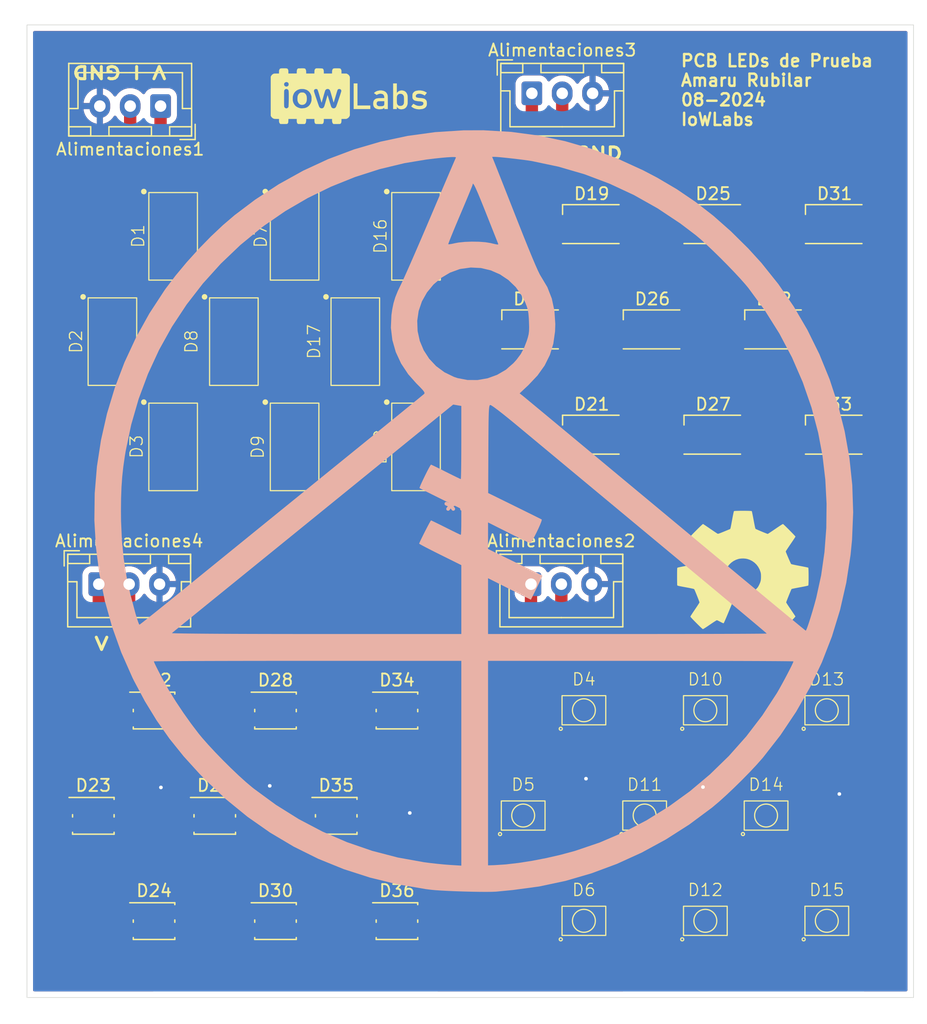
<source format=kicad_pcb>
(kicad_pcb (version 20240108) (generator "pcbnew") (generator_version "8.0")
  (layers (0 "F.Cu" signal) (31 "B.Cu" signal) (34 "B.Paste" user) (35 "F.Paste" user) (36 "B.SilkS" user "B.Silkscreen") (37 "F.SilkS" user "F.Silkscreen") (38 "B.Mask" user) (39 "F.Mask" user) (44 "Edge.Cuts" user))
  (net 0 "")
  (net 1 "GND")
  (net 2 "I_LED1")
  (net 3 "Net-(Alimentaciones1-Pin_1)")
  (net 4 "I_LED3")
  (net 5 "Net-(Alimentaciones2-Pin_1)")
  (net 6 "Net-(Alimentaciones3-Pin_1)")
  (net 7 "I_LED4")
  (net 8 "I_LED2")
  (net 9 "Net-(Alimentaciones4-Pin_1)")
  (net 10 "Net-(D1-RK)")
  (net 11 "Net-(D1-GK)")
  (net 12 "Net-(D1-BK)")
  (net 13 "Net-(D2-BK)")
  (net 14 "Net-(D2-GK)")
  (net 15 "Net-(D2-RK)")
  (net 16 "Net-(D4-Pad1)")
  (net 17 "Net-(D5-Pad1)")
  (net 18 "Net-(D7-BK)")
  (net 19 "Net-(D7-GK)")
  (net 20 "Net-(D7-RK)")
  (net 21 "Net-(D8-RK)")
  (net 22 "Net-(D8-BK)")
  (net 23 "Net-(D8-GK)")
  (net 24 "Net-(D10-Pad1)")
  (net 25 "Net-(D11-Pad1)")
  (net 26 "Net-(D13-Pad1)")
  (net 27 "Net-(D14-Pad1)")
  (net 28 "Net-(D16-RK)")
  (net 29 "Net-(D16-GK)")
  (net 30 "Net-(D16-BK)")
  (net 31 "Net-(D17-RK)")
  (net 32 "Net-(D17-GK)")
  (net 33 "Net-(D17-BK)")
  (net 34 "Net-(D19-K)")
  (net 35 "Net-(D20-K)")
  (net 36 "Net-(D22-Pad1)")
  (net 37 "Net-(D23-Pad1)")
  (net 38 "Net-(D25-K)")
  (net 39 "Net-(D26-K)")
  (net 40 "Net-(D28-Pad1)")
  (net 41 "Net-(D29-Pad1)")
  (net 42 "Net-(D31-K)")
  (net 43 "Net-(D32-K)")
  (net 44 "Net-(D34-Pad1)")
  (net 45 "Net-(D35-Pad1)")
  (footprint "IoWLabs:LED SMD PLCC4 WL-SMTW" (layer "F.Cu") (at 157.857 97.691125)
    (property "Reference" "D15")
    (property "Value" "~")
  )
  (footprint "Connector_JST:JST_XH_B3B-XH-A_1x03_P2.50mm_Vertical" (layer "F.Cu") (at 103 30.676303 180)
    (property "Reference" "Alimentaciones1")
    (property "Value" "Conn_01x03_Pin")
  )
  (footprint "LED_SMD:LED_Kingbright_AAA3528ESGCT" (layer "F.Cu") (at 122.4645 97.715)
    (property "Reference" "D36")
    (property "Value" "~")
  )
  (footprint "IoWLabsLogos:OpenHardware_10mm" (layer "F.Cu") (at 150.97 68.97)
    (property "Reference" "G***" (hide yes))
    (property "Value" "LOGO" (hide yes))
  )
  (footprint "IoWLabs:LED SMD PLCC6 7.2x4.0" (layer "F.Cu") (at 114.0355 58.71 90)
    (property "Reference" "D9")
    (property "Value" "~")
  )
  (footprint "LED_SMD:LED_Kingbright_AAA3528ESGCT" (layer "F.Cu") (at 117.4645 89.055)
    (property "Reference" "D35")
    (property "Value" "~")
  )
  (footprint "LED_SMD:LED_Kingbright_AAA3528ESGCT" (layer "F.Cu") (at 102.4645 80.395)
    (property "Reference" "D22")
    (property "Value" "~")
  )
  (footprint "LED_SMD:LED_PLCC-2_3.4x3.0mm_AK" (layer "F.Cu") (at 153.5 49.044467)
    (property "Reference" "D32")
    (property "Value" "LED")
  )
  (footprint "IoWLabs:LED SMD PLCC4 WL-SMTW" (layer "F.Cu") (at 137.857 80.371125)
    (property "Reference" "D4")
    (property "Value" "~")
  )
  (footprint "IoWLabsLogos:IoWLabs_logo_13mm" (layer "F.Cu") (at 118.57 29.86)
    (property "Reference" "G***" (hide yes))
    (property "Value" "LOGO" (hide yes))
  )
  (footprint "IoWLabs:LED SMD PLCC6 7.2x4.0" (layer "F.Cu") (at 124.0355 58.71 90)
    (property "Reference" "D18")
    (property "Value" "~")
  )
  (footprint "LED_SMD:LED_Kingbright_AAA3528ESGCT" (layer "F.Cu") (at 107.4645 89.055)
    (property "Reference" "D29")
    (property "Value" "~")
  )
  (footprint "LED_SMD:LED_PLCC-2_3.4x3.0mm_AK" (layer "F.Cu") (at 148.5 40.384467)
    (property "Reference" "D25")
    (property "Value" "LED")
  )
  (footprint "Connector_JST:JST_XH_B3B-XH-A_1x03_P2.50mm_Vertical" (layer "F.Cu") (at 97.9145 70)
    (property "Reference" "Alimentaciones4")
    (property "Value" "Conn_01x03_Pin")
  )
  (footprint "IoWLabs:LED SMD PLCC4 WL-SMTW" (layer "F.Cu") (at 152.857 89.031125)
    (property "Reference" "D14")
    (property "Value" "~")
  )
  (footprint "IoWLabs:LED SMD PLCC4 WL-SMTW" (layer "F.Cu") (at 132.857 89.031125)
    (property "Reference" "D5")
    (property "Value" "~")
  )
  (footprint "IoWLabs:LED SMD PLCC6 7.2x4.0" (layer "F.Cu") (at 99.0355 50.05 90)
    (property "Reference" "D2")
    (property "Value" "~")
  )
  (footprint "IoWLabs:LED SMD PLCC6 7.2x4.0" (layer "F.Cu") (at 119.0355 50.05 90)
    (property "Reference" "D17")
    (property "Value" "~")
  )
  (footprint "IoWLabs:LED SMD PLCC6 7.2x4.0" (layer "F.Cu") (at 104.0355 41.39 90)
    (property "Reference" "D1")
    (property "Value" "~")
  )
  (footprint "LED_SMD:LED_Kingbright_AAA3528ESGCT" (layer "F.Cu") (at 122.4645 80.395)
    (property "Reference" "D34")
    (property "Value" "~")
  )
  (footprint "LED_SMD:LED_Kingbright_AAA3528ESGCT" (layer "F.Cu") (at 112.4645 80.395)
    (property "Reference" "D28")
    (property "Value" "~")
  )
  (footprint "LED_SMD:LED_PLCC-2_3.4x3.0mm_AK" (layer "F.Cu") (at 143.5 49.044467)
    (property "Reference" "D26")
    (property "Value" "LED")
  )
  (footprint "LED_SMD:LED_PLCC-2_3.4x3.0mm_AK" (layer "F.Cu") (at 138.5 57.704467)
    (property "Reference" "D21")
    (property "Value" "LED")
  )
  (footprint "LED_SMD:LED_Kingbright_AAA3528ESGCT" (layer "F.Cu") (at 102.4645 97.715)
    (property "Reference" "D24")
    (property "Value" "~")
  )
  (footprint "Connector_JST:JST_XH_B3B-XH-A_1x03_P2.50mm_Vertical" (layer "F.Cu") (at 133.571303 29.626303)
    (property "Reference" "Alimentaciones3")
    (property "Value" "Conn_01x03_Pin")
  )
  (footprint "IoWLabs:LED SMD PLCC6 7.2x4.0" (layer "F.Cu") (at 124.0355 41.39 90)
    (property "Reference" "D16")
    (property "Value" "~")
  )
  (footprint "IoWLabs:LED SMD PLCC4 WL-SMTW" (layer "F.Cu") (at 137.857 97.691125)
    (property "Reference" "D6")
    (property "Value" "~")
  )
  (footprint "IoWLabs:LED SMD PLCC4 WL-SMTW" (layer "F.Cu") (at 157.857 80.371125)
    (property "Reference" "D13")
    (property "Value" "~")
  )
  (footprint "IoWLabs:LED SMD PLCC6 7.2x4.0" (layer "F.Cu") (at 114.0355 41.39 90)
    (property "Reference" "D7")
    (property "Value" "~")
  )
  (footprint "LED_SMD:LED_PLCC-2_3.4x3.0mm_AK" (layer "F.Cu") (at 158.5 57.704467)
    (property "Reference" "D33")
    (property "Value" "LED")
  )
  (footprint "IoWLabs:LED SMD PLCC4 WL-SMTW" (layer "F.Cu") (at 147.857 97.691125)
    (property "Reference" "D12")
    (property "Value" "~")
  )
  (footprint "LED_SMD:LED_Kingbright_AAA3528ESGCT" (layer "F.Cu") (at 97.4645 89.055)
    (property "Reference" "D23")
    (property "Value" "~")
  )
  (footprint "IoWLabs:LED SMD PLCC4 WL-SMTW" (layer "F.Cu") (at 147.857 80.371125)
    (property "Reference" "D10")
    (property "Value" "~")
  )
  (footprint "IoWLabs:LED SMD PLCC6 7.2x4.0" (layer "F.Cu") (at 104.0355 58.71 90)
    (property "Reference" "D3")
    (property "Value" "~")
  )
  (footprint "Connector_JST:JST_XH_B3B-XH-A_1x03_P2.50mm_Vertical" (layer "F.Cu") (at 133.5 70)
    (property "Reference" "Alimentaciones2")
    (property "Value" "Conn_01x03_Pin")
  )
  (footprint "LED_SMD:LED_PLCC-2_3.4x3.0mm_AK" (layer "F.Cu") (at 158.5 40.384467)
    (property "Reference" "D31")
    (property "Value" "LED")
  )
  (footprint "LED_SMD:LED_PLCC-2_3.4x3.0mm_AK" (layer "F.Cu") (at 148.5 57.704467)
    (property "Reference" "D27")
    (property "Value" "LED")
  )
  (footprint "IoWLabs:LED SMD PLCC4 WL-SMTW" (layer "F.Cu") (at 142.857 89.031125)
    (property "Reference" "D11")
    (property "Value" "~")
  )
  (footprint "LED_SMD:LED_Kingbright_AAA3528ESGCT" (layer "F.Cu") (at 112.4645 97.715)
    (property "Reference" "D30")
    (property "Value" "~")
  )
  (footprint "LED_SMD:LED_PLCC-2_3.4x3.0mm_AK" (layer "F.Cu") (at 133.5 49.044467)
    (property "Reference" "D20")
    (property "Value" "LED")
  )
  (footprint "LED_SMD:LED_PLCC-2_3.4x3.0mm_AK" (layer "F.Cu") (at 138.5 40.384467)
    (property "Reference" "D19")
    (property "Value" "LED")
  )
  (footprint "IoWLabs:LED SMD PLCC6 7.2x4.0" (layer "F.Cu") (at 109.0355 50.05 90)
    (property "Reference" "D8")
    (property "Value" "~")
  )
  (footprint "Imagenes_png:Light_Glyph" (layer "B.Cu") (at 128.78 63.99 180)
    (property "Reference" "G***")
    (property "Value" "LOGO" (hide yes))
  )
  (gr_rect (start 92 24) (end 165 104) (stroke (width 0.05)) (fill none) (layer "Edge.Cuts"))
  (gr_text "V I GND" (at 133.18 35.17 0) (layer "F.SilkS") (effects (font (size 1 1.3) (thickness 0.25) (bold yes)) (justify left bottom)))
  (gr_text "V I GND" (at 103.61 27.29 180) (layer "F.SilkS") (effects (font (size 1 1.3) (thickness 0.25) (bold yes)) (justify left bottom)))
  (gr_text "V I GND" (at 132.56 75.52 0) (layer "F.SilkS") (effects (font (size 1 1.3) (thickness 0.25) (bold yes)) (justify left bottom)))
  (gr_text "V I GND" (at 97.42 75.5 0) (layer "F.SilkS") (effects (font (size 1 1.3) (thickness 0.25) (bold yes)) (justify left bottom)))
  (gr_text "PCB LEDs de Prueba\nAmaru Rubilar\n08-2024\nIoWLabs" (at 145.74 32.36 0) (layer "F.SilkS") (effects (font (size 1 1) (thickness 0.2)) (justify left bottom)))
  (via (at 103.03 86.72) (size 0.6) (drill 0.3) (layers "F.Cu" "B.Cu") (net 1))
  (via (at 138.03 86) (size 0.6) (drill 0.3) (layers "F.Cu" "B.Cu") (net 1))
  (via (at 158.89 87.26) (size 0.6) (drill 0.3) (layers "F.Cu" "B.Cu") (net 1))
  (via (at 147.66 86.69) (size 0.6) (drill 0.3) (layers "F.Cu" "B.Cu") (net 1))
  (via (at 111.99 86.59) (size 0.6) (drill 0.3) (layers "F.Cu" "B.Cu") (net 1))
  (via (at 123.52 88.82) (size 0.6) (drill 0.3) (layers "F.Cu" "B.Cu") (net 1))
  (segment (start 95.56 42.97) (end 100.5 38.03) (width 1.016) (layer "F.Cu") (net 2))
  (segment (start 114.61 63.42) (end 114.0355 62.8455) (width 1.016) (layer "F.Cu") (net 2))
  (segment (start 105.091 63.28) (end 104.71 63.28) (width 1.016) (layer "F.Cu") (net 2))
  (segment (start 123.281 63.1) (end 123.07 63.1) (width 1.016) (layer "F.Cu") (net 2))
  (segment (start 112.4355 62.6255) (end 112.4355 62.6645) (width 1.016) (layer "F.Cu") (net 2))
  (segment (start 106.59 63.69) (end 105.6355 62.7355) (width 1.016) (layer "F.Cu") (net 2))
  (segment (start 114.0355 62.8455) (end 114.0355 60.91) (width 1.016) (layer "F.Cu") (net 2))
  (segment (start 101.72 63.46) (end 98.14 63.46) (width 1.016) (layer "F.Cu") (net 2))
  (segment (start 124.0355 62.3455) (end 123.281 63.1) (width 1.016) (layer "F.Cu") (net 2))
  (segment (start 116.09 63.42) (end 115.6355 62.9655) (width 1.016) (layer "F.Cu") (net 2))
  (segment (start 115.6355 62.9655) (end 115.6355 60.91) (width 1.016) (layer "F.Cu") (net 2))
  (segment (start 114.0355 62.8455) (end 113.481 63.4) (width 1.016) (layer "F.Cu") (net 2))
  (segment (start 104.71 63.28) (end 104.0355 62.6055) (width 1.016) (layer "F.Cu") (net 2))
  (segment (start 121.51 63.42) (end 116.09 63.42) (width 1.016) (layer "F.Cu") (net 2))
  (segment (start 104.0355 62.6055) (end 103.391 63.25) (width 1.016) (layer "F.Cu") (net 2))
  (segment (start 103.391 63.25) (end 103.04 63.25) (width 1.016) (layer "F.Cu") (net 2))
  (segment (start 111.41 63.69) (end 106.59 63.69) (width 1.016) (layer "F.Cu") (net 2))
  (segment (start 124.0355 62.3455) (end 124.0355 60.91) (width 1.016) (layer "F.Cu") (net 2))
  (segment (start 124.9 63.21) (end 124.0355 62.3455) (width 1.016) (layer "F.Cu") (net 2))
  (segment (start 115.6355 62.9655) (end 115.181 63.42) (width 1.016) (layer "F.Cu") (net 2))
  (segment (start 105.6355 62.7355) (end 105.091 63.28) (width 1.016) (layer "F.Cu") (net 2))
  (segment (start 102.4355 62.3355) (end 102.4355 62.7445) (width 1.016) (layer "F.Cu") (net 2))
  (segment (start 122.4355 62.4655) (end 122.4355 60.91) (width 1.016) (layer "F.Cu") (net 2))
  (segment (start 98.14 63.46) (end 95.56 60.88) (width 1.016) (layer "F.Cu") (net 2))
  (segment (start 100.5 38.03) (end 100.5 30.676303) (width 1.016) (layer "F.Cu") (net 2))
  (segment (start 125.6355 60.91) (end 125.6355 62.7745) (width 1.016) (layer "F.Cu") (net 2))
  (segment (start 123.07 63.1) (end 122.4355 62.4655) (width 1.016) (layer "F.Cu") (net 2))
  (segment (start 103.04 63.25) (end 102.4355 62.6455) (width 1.016) (layer "F.Cu") (net 2))
  (segment (start 102.4355 62.3355) (end 102.4355 60.91) (width 1.016) (layer "F.Cu") (net 2))
  (segment (start 112.4355 62.6645) (end 111.41 63.69) (width 1.016) (layer "F.Cu") (net 2))
  (segment (start 112.4355 62.6255) (end 112.4355 60.91) (width 1.016) (layer "F.Cu") (net 2))
  (segment (start 125.6355 62.7745) (end 125.2 63.21) (width 1.016) (layer "F.Cu") (net 2))
  (segment (start 125.2 63.21) (end 124.9 63.21) (width 1.016) (layer "F.Cu") (net 2))
  (segment (start 104.0355 62.6055) (end 104.0355 60.91) (width 1.016) (layer "F.Cu") (net 2))
  (segment (start 102.4355 62.7445) (end 101.72 63.46) (width 1.016) (layer "F.Cu") (net 2))
  (segment (start 113.171 63.4) (end 112.4355 62.6645) (width 1.016) (layer "F.Cu") (net 2))
  (segment (start 115.181 63.42) (end 114.61 63.42) (width 1.016) (layer "F.Cu") (net 2))
  (segment (start 113.481 63.4) (end 113.171 63.4) (width 1.016) (layer "F.Cu") (net 2))
  (segment (start 122.4355 62.4655) (end 122.4355 62.4945) (width 1.016) (layer "F.Cu") (net 2))
  (segment (start 95.56 60.88) (end 95.56 42.97) (width 1.016) (layer "F.Cu") (net 2))
  (segment (start 105.6355 62.7355) (end 105.6355 60.91) (width 1.016) (layer "F.Cu") (net 2))
  (segment (start 122.4355 62.4945) (end 121.51 63.42) (width 1.016) (layer "F.Cu") (net 2))
  (segment (start 122.4355 37.0855) (end 122.941 36.58) (width 1.016) (layer "F.Cu") (net 3))
  (segment (start 103 30.676303) (end 103 35.62) (width 1.016) (layer "F.Cu") (net 3))
  (segment (start 104.0355 36.6555) (end 104.611 36.08) (width 1.016) (layer "F.Cu") (net 3))
  (segment (start 112.4355 37.2055) (end 113.091 36.55) (width 1.016) (layer "F.Cu") (net 3))
  (segment (start 102.4355 36.1845) (end 102.4355 39.19) (width 1.016) (layer "F.Cu") (net 3))
  (segment (start 116.341 36.53) (end 121.88 36.53) (width 1.016) (layer "F.Cu") (net 3))
  (segment (start 125.6355 37.2755) (end 125.6355 39.19) (width 1.016) (layer "F.Cu") (net 3))
  (segment (start 111.38 36.15) (end 112.4355 37.2055) (width 1.016) (layer "F.Cu") (net 3))
  (segment (start 124.0355 37.2255) (end 124.0355 37.5555) (width 1.016) (layer "F.Cu") (net 3))
  (segment (start 115.12 36.55) (end 115.6355 37.0655) (width 1.016) (layer "F.Cu") (net 3))
  (segment (start 121.88 36.53) (end 122.4355 37.0855) (width 1.016) (layer "F.Cu") (net 3))
  (segment (start 124.53 36.57) (end 124.93 36.57) (width 1.016) (layer "F.Cu") (net 3))
  (segment (start 104.0355 36.6555) (end 104.0355 39.19) (width 1.016) (layer "F.Cu") (net 3))
  (segment (start 105.6355 36.6855) (end 105.6355 36.7555) (width 1.016) (layer "F.Cu") (net 3))
  (segment (start 115.6355 37.2355) (end 115.6355 39.19) (width 1.016) (layer "F.Cu") (net 3))
  (segment (start 124.0355 37.5555) (end 124.0355 39.19) (width 1.016) (layer "F.Cu") (net 3))
  (segment (start 124.0355 37.5555) (end 124.0355 37.0645) (width 1.016) (layer "F.Cu") (net 3))
  (segment (start 114.0355 37.0755) (end 114.561 36.55) (width 1.016) (layer "F.Cu") (net 3))
  (segment (start 103 35.62) (end 104.0355 36.6555) (width 1.016) (layer "F.Cu") (net 3))
  (segment (start 114.561 36.55) (end 115.12 36.55) (width 1.016) (layer "F.Cu") (net 3))
  (segment (start 105.6355 36.7555) (end 105.6355 39.19) (width 1.016) (layer "F.Cu") (net 3))
  (segment (start 115.6355 37.0655) (end 115.6355 37.2355) (width 1.016) (layer "F.Cu") (net 3))
  (segment (start 113.51 36.55) (end 114.0355 37.0755) (width 1.016) (layer "F.Cu") (net 3))
  (segment (start 112.4355 37.2055) (end 112.4355 39.19) (width 1.016) (layer "F.Cu") (net 3))
  (segment (start 115.6355 37.2355) (end 116.341 36.53) (width 1.016) (layer "F.Cu") (net 3))
  (segment (start 103 35.62) (end 102.4355 36.1845) (width 1.016) (layer "F.Cu") (net 3))
  (segment (start 124.0355 37.0645) (end 124.53 36.57) (width 1.016) (layer "F.Cu") (net 3))
  (segment (start 114.0355 37.0755) (end 114.0355 39.19) (width 1.016) (layer "F.Cu") (net 3))
  (segment (start 122.4355 37.0855) (end 122.4355 39.19) (width 1.016) (layer "F.Cu") (net 3))
  (segment (start 105.6355 36.7555) (end 106.241 36.15) (width 1.016) (layer "F.Cu") (net 3))
  (segment (start 113.091 36.55) (end 113.51 36.55) (width 1.016) (layer "F.Cu") (net 3))
  (segment (start 123.39 36.58) (end 124.0355 37.2255) (width 1.016) (layer "F.Cu") (net 3))
  (segment (start 124.93 36.57) (end 125.6355 37.2755) (width 1.016) (layer "F.Cu") (net 3))
  (segment (start 105.03 36.08) (end 105.6355 36.6855) (width 1.016) (layer "F.Cu") (net 3))
  (segment (start 104.611 36.08) (end 105.03 36.08) (width 1.016) (layer "F.Cu") (net 3))
  (segment (start 122.941 36.58) (end 123.39 36.58) (width 1.016) (layer "F.Cu") (net 3))
  (segment (start 106.241 36.15) (end 111.38 36.15) (width 1.016) (layer "F.Cu") (net 3))
  (segment (start 146.65 102.33) (end 147.24 101.74) (width 1.016) (layer "F.Cu") (net 4))
  (segment (start 147.24 100.99) (end 147.24 101.74) (width 1.016) (layer "F.Cu") (net 4))
  (segment (start 145.471125 98.441125) (end 146.507 98.441125) (width 1.016) (layer "F.Cu") (net 4))
  (segment (start 157.857 101.223) (end 159.064 102.43) (width 1.016) (layer "F.Cu") (net 4))
  (segment (start 138.31 100.94) (end 139.207 100.043) (width 1.016) (layer "F.Cu") (net 4))
  (segment (start 155.36 98.13) (end 155.68 98.45) (width 1.016) (layer "F.Cu") (net 4))
  (segment (start 137.41 100.94) (end 138.31 100.94) (width 1.016) (layer "F.Cu") (net 4))
  (segment (start 147.88 102.38) (end 156.7 102.38) (width 1.016) (layer "F.Cu") (net 4))
  (segment (start 161.79 100.95) (end 161.79 78.52) (width 1.016) (layer "F.Cu") (net 4))
  (segment (start 139.207 100.043) (end 139.207 98.441125) (width 1.016) (layer "F.Cu") (net 4))
  (segment (start 160.31 102.43) (end 161.79 100.95) (width 1.016) (layer "F.Cu") (net 4))
  (segment (start 135.421125 98.441125) (end 136.507 98.441125) (width 1.016) (layer "F.Cu") (net 4))
  (segment (start 145.578875 96.941125) (end 145.16 97.36) (width 1.016) (layer "F.Cu") (net 4))
  (segment (start 155.858875 96.941125) (end 155.36 97.44) (width 1.016) (layer "F.Cu") (net 4))
  (segment (start 136.507 96.941125) (end 135.508875 96.941125) (width 1.016) (layer "F.Cu") (net 4))
  (segment (start 155.36 97.44) (end 155.36 98.13) (width 1.016) (layer "F.Cu") (net 4))
  (segment (start 136.507 98.441125) (end 136.507 100.037) (width 1.016) (layer "F.Cu") (net 4))
  (segment (start 145.471125 98.441125) (end 145.471125 99.221125) (width 1.016) (layer "F.Cu") (net 4))
  (segment (start 147.24 101.74) (end 147.88 102.38) (width 1.016) (layer "F.Cu") (net 4))
  (segment (start 149.207 99.023) (end 147.24 100.99) (width 1.016) (layer "F.Cu") (net 4))
  (segment (start 159 75.73) (end 137.62 75.73) (width 1.016) (layer "F.Cu") (net 4))
  (segment (start 137.62 75.73) (end 136 74.11) (width 1.016) (layer "F.Cu") (net 4))
  (segment (start 136 74.11) (end 136 70) (width 1.016) (layer "F.Cu") (net 4))
  (segment (start 139.207 100.043) (end 141.494 102.33) (width 1.016) (layer "F.Cu") (net 4))
  (segment (start 135.11 97.34) (end 135.11 98.13) (width 1.016) (layer "F.Cu") (net 4))
  (segment (start 155.68 98.45) (end 155.688875 98.441125) (width 1.016) (layer "F.Cu") (net 4))
  (segment (start 155.688875 98.441125) (end 156.507 98.441125) (width 1.016) (layer "F.Cu") (net 4))
  (segment (start 149.207 98.441125) (end 149.207 99.023) (width 1.016) (layer "F.Cu") (net 4))
  (segment (start 145.16 97.36) (end 145.16 98.13) (width 1.016) (layer "F.Cu") (net 4))
  (segment (start 159.064 102.43) (end 160.31 102.43) (width 1.016) (layer "F.Cu") (net 4))
  (segment (start 141.494 102.33) (end 146.65 102.33) (width 1.016) (layer "F.Cu") (net 4))
  (segment (start 156.507 96.941125) (end 155.858875 96.941125) (width 1.016) (layer "F.Cu") (net 4))
  (segment (start 145.471125 99.221125) (end 147.24 100.99) (width 1.016) (layer "F.Cu") (net 4))
  (segment (start 135.508875 96.941125) (end 135.11 97.34) (width 1.016) (layer "F.Cu") (net 4))
  (segment (start 157.857 99.791125) (end 159.207 98.441125) (width 1.016) (layer "F.Cu") (net 4))
  (segment (start 136.507 100.037) (end 137.41 100.94) (width 1.016) (layer "F.Cu") (net 4))
  (segment (start 161.79 78.52) (end 159 75.73) (width 1.016) (layer "F.Cu") (net 4))
  (segment (start 156.507 98.441125) (end 157.857 99.791125) (width 1.016) (layer "F.Cu") (net 4))
  (segment (start 156.7 102.38) (end 157.857 101.223) (width 1.016) (layer "F.Cu") (net 4))
  (segment (start 157.857 99.791125) (end 157.857 101.223) (width 1.016) (layer "F.Cu") (net 4))
  (segment (start 146.507 96.941125) (end 145.578875 96.941125) (width 1.016) (layer "F.Cu") (net 4))
  (segment (start 145.16 98.13) (end 145.471125 98.441125) (width 1.016) (layer "F.Cu") (net 4))
  (segment (start 135.11 98.13) (end 135.421125 98.441125) (width 1.016) (layer "F.Cu") (net 4))
  (segment (start 139.223 78.247) (end 140.26 77.21) (width 1.016) (layer "F.Cu") (net 5))
  (segment (start 159.207 78.357) (end 159.207 79.621125) (width 1.016) (layer "F.Cu") (net 5))
  (segment (start 139.207 78.247) (end 139.207 79.621125) (width 1.016) (layer "F.Cu") (net 5))
  (segment (start 133.5 75.26) (end 135.63 77.39) (width 1.016) (layer "F.Cu") (net 5))
  (segment (start 148.07 77.21) (end 149.207 78.347) (width 1.016) (layer "F.Cu") (net 5))
  (segment (start 150.5 77.04) (end 157.89 77.04) (width 1.016) (layer "F.Cu") (net 5))
  (segment (start 135.63 77.39) (end 138.35 77.39) (width 1.016) (layer "F.Cu") (net 5))
  (segment (start 149.207 78.347) (end 149.207 79.621125) (width 1.016) (layer "F.Cu") (net 5))
  (segment (start 157.89 77.04) (end 159.207 78.357) (width 1.016) (layer "F.Cu") (net 5))
  (segment (start 138.35 77.39) (end 139.207 78.247) (width 1.016) (layer "F.Cu") (net 5))
  (segment (start 149.207 78.347) (end 149.207 78.333) (width 1.016) (layer "F.Cu") (net 5))
  (segment (start 139.207 78.247) (end 139.223 78.247) (width 1.016) (layer "F.Cu") (net 5))
  (segment (start 140.26 77.21) (end 148.07 77.21) (width 1.016) (layer "F.Cu") (net 5))
  (segment (start 149.207 78.333) (end 150.5 77.04) (width 1.016) (layer "F.Cu") (net 5))
  (segment (start 133.5 70) (end 133.5 75.26) (width 1.016) (layer "F.Cu") (net 5))
  (segment (start 143.69 38.02) (end 143.69 39.42) (width 1.016) (layer "F.Cu") (net 6))
  (segment (start 143.69 39.42) (end 144.654467 40.384467) (width 1.016) (layer "F.Cu") (net 6))
  (segment (start 133.74 38.3) (end 133.74 39.36) (width 1.016) (layer "F.Cu") (net 6))
  (segment (start 133.571303 34.851303) (end 135.38 36.66) (width 1.016) (layer "F.Cu") (net 6))
  (segment (start 154.2 38.17) (end 154.2 39.39) (width 1.016) (layer "F.Cu") (net 6))
  (segment (start 135.38 36.66) (end 142.33 36.66) (width 1.016) (layer "F.Cu") (net 6))
  (segment (start 144.654467 40.384467) (end 147 40.384467) (width 1.016) (layer "F.Cu") (net 6))
  (segment (start 154.2 39.39) (end 156.005533 39.39) (width 1.016) (layer "F.Cu") (net 6))
  (segment (start 145.06 36.65) (end 152.68 36.65) (width 1.016) (layer "F.Cu") (net 6))
  (segment (start 142.33 36.66) (end 143.69 38.02) (width 1.016) (layer "F.Cu") (net 6))
  (segment (start 143.69 38.02) (end 145.06 36.65) (width 1.016) (layer "F.Cu") (net 6))
  (segment (start 156.005533 39.39) (end 157 40.384467) (width 1.016) (layer "F.Cu") (net 6))
  (segment (start 152.68 36.65) (end 154.2 38.17) (width 1.016) (layer "F.Cu") (net 6))
  (segment (start 135.38 36.66) (end 133.74 38.3) (width 1.016) (layer "F.Cu") (net 6))
  (segment (start 133.74 39.36) (end 134.764467 40.384467) (width 1.016) (layer "F.Cu") (net 6))
  (segment (start 133.571303 29.626303) (end 133.571303 34.851303) (width 1.016) (layer "F.Cu") (net 6))
  (segment (start 134.764467 40.384467) (end 137 40.384467) (width 1.016) (layer "F.Cu") (net 6))
  (segment (start 150 60.35) (end 150 57.704467) (width 1.016) (layer "F.Cu") (net 7))
  (segment (start 150 60.4) (end 151.95 62.35) (width 1.016) (layer "F.Cu") (net 7))
  (segment (start 159.63 34.67) (end 138.18 34.67) (width 1.016) (layer "F.Cu") (net 7))
  (segment (start 157.69 62.35) (end 160 60.04) (width 1.016) (layer "F.Cu") (net 7))
  (segment (start 150 60.35) (end 150 60.4) (width 1.016) (layer "F.Cu") (net 7))
  (segment (start 138.18 34.67) (end 136.071303 32.561303) (width 1.016) (layer "F.Cu") (net 7))
  (segment (start 160 60.04) (end 160.78 60.82) (width 1.016) (layer "F.Cu") (net 7))
  (segment (start 140 57.704467) (end 140 60.33) (width 1.016) (layer "F.Cu") (net 7))
  (segment (start 160 60.04) (end 160 57.704467) (width 1.016) (layer "F.Cu") (net 7))
  (segment (start 160.78 60.82) (end 161.79 60.82) (width 1.016) (layer "F.Cu") (net 7))
  (segment (start 151.95 62.35) (end 157.69 62.35) (width 1.016) (layer "F.Cu") (net 7))
  (segment (start 141.89 62.22) (end 148.13 62.22) (width 1.016) (layer "F.Cu") (net 7))
  (segment (start 148.13 62.22) (end 150 60.35) (width 1.016) (layer "F.Cu") (net 7))
  (segment (start 162.19 37.23) (end 159.63 34.67) (width 1.016) (layer "F.Cu") (net 7))
  (segment (start 161.79 60.82) (end 162.19 60.42) (width 1.016) (layer "F.Cu") (net 7))
  (segment (start 162.19 60.42) (end 162.19 37.23) (width 1.016) (layer "F.Cu") (net 7))
  (segment (start 136.071303 32.561303) (end 136.071303 29.626303) (width 1.016) (layer "F.Cu") (net 7))
  (segment (start 140 60.33) (end 141.89 62.22) (width 1.016) (layer "F.Cu") (net 7))
  (segment (start 101.0645 98.44) (end 101.0645 99.3545) (width 1.016) (layer "F.Cu") (net 8))
  (segment (start 123.8645 98.44) (end 123.8645 98.9355) (width 1.016) (layer "F.Cu") (net 8))
  (segment (start 125.18 102.45) (end 126.81 100.82) (width 1.016) (layer "F.Cu") (net 8))
  (segment (start 121.0645 96.99) (end 119.78 96.99) (width 1.016) (layer "F.Cu") (net 8))
  (segment (start 122.24 100.56) (end 122.24 100.8) (width 1.016) (layer "F.Cu") (net 8))
  (segment (start 98.48 97.85) (end 99.34 96.99) (width 1.016) (layer "F.Cu") (net 8))
  (segment (start 112.49 101.78) (end 113.26 102.55) (width 1.016) (layer "F.Cu") (net 8))
  (segment (start 126.81 100.82) (end 126.81 77.41) (width 1.016) (layer "F.Cu") (net 8))
  (segment (start 113.8645 98.44) (end 113.8645 98.9855) (width 1.016) (layer "F.Cu") (net 8))
  (segment (start 122.24 100.63) (end 122.24 100.8) (width 1.016) (layer "F.Cu") (net 8))
  (segment (start 121.0645 98.44) (end 121.0645 99.4545) (width 1.016) (layer "F.Cu") (net 8))
  (segment (start 113.8645 98.9855) (end 112.49 100.36) (width 1.016) (layer "F.Cu") (net 8))
  (segment (start 113.26 102.55) (end 120.92 102.55) (width 1.016) (layer "F.Cu") (net 8))
  (segment (start 102.5 100.81) (end 102.5 101.9) (width 1.016) (layer "F.Cu") (net 8))
  (segment (start 112.49 100.36) (end 111.0645 98.9345) (width 1.016) (layer "F.Cu") (net 8))
  (segment (start 111.0645 96.99) (end 109.88 96.99) (width 1.016) (layer "F.Cu") (net 8))
  (segment (start 123.8645 98.9355) (end 122.24 100.56) (width 1.016) (layer "F.Cu") (net 8))
  (segment (start 123.46 102.45) (end 125.18 102.45) (width 1.016) (layer "F.Cu") (net 8))
  (segment (start 109.38 97.49) (end 109.38 98.35) (width 1.016) (layer "F.Cu") (net 8))
  (segment (start 124.27 74.87) (end 101.85 74.87) (width 1.016) (layer "F.Cu") (net 8))
  (segment (start 121.0645 99.4545) (end 122.24 100.63) (width 1.016) (layer "F.Cu") (net 8))
  (segment (start 112.49 101.78) (end 112.49 100.36) (width 1.016) (layer "F.Cu") (net 8))
  (segment (start 119.36 98.1) (end 119.7 98.44) (width 1.016) (layer "F.Cu") (net 8))
  (segment (start 126.81 77.41) (end 124.27 74.87) (width 1.016) (layer "F.Cu") (net 8))
  (segment (start 111.0645 98.9345) (end 111.0645 98.44) (width 1.016) (layer "F.Cu") (net 8))
  (segment (start 119.78 96.99) (end 119.36 97.41) (width 1.016) (layer "F.Cu") (net 8))
  (segment (start 98.48 99.26) (end 98.48 97.85) (width 1.016) (layer "F.Cu") (net 8))
  (segment (start 101.0645 99.3545) (end 101.0355 99.3545) (width 1.016) (layer "F.Cu") (net 8))
  (segment (start 102.5 101.9) (end 103.15 102.55) (width 1.016) (layer "F.Cu") (net 8))
  (segment (start 110.9745 98.35) (end 111.0645 98.44) (width 1.016) (layer "F.Cu") (net 8))
  (segment (start 99.34 96.99) (end 101.0645 96.99) (width 1.016) (layer "F.Cu") (net 8))
  (segment (start 109.38 98.35) (end 110.9745 98.35) (width 1.016) (layer "F.Cu") (net 8))
  (segment (start 102.51 100.8) (end 102.5 100.81) (width 1.016) (layer "F.Cu") (net 8))
  (segment (start 101.0645 99.3545) (end 102.51 100.8) (width 1.016) (layer "F.Cu") (net 8))
  (segment (start 103.8645 99.4455) (end 102.51 100.8) (width 1.016) (layer "F.Cu") (net 8))
  (segment (start 101.0355 99.3545) (end 100.27 100.12) (width 1.016) (layer "F.Cu") (net 8))
  (segment (start 122.24 100.56) (end 122.24 101.23) (width 1.016) (layer "F.Cu") (net 8))
  (segment (start 119.7 98.44) (end 121.0645 98.44) (width 1.016) (layer "F.Cu") (net 8))
  (segment (start 122.24 101.23) (end 123.46 102.45) (width 1.016) (layer "F.Cu") (net 8))
  (segment (start 99.34 100.12) (end 98.48 99.26) (width 1.016) (layer "F.Cu") (net 8))
  (segment (start 101.85 74.87) (end 100.4145 73.4345) (width 1.016) (layer "F.Cu") (net 8))
  (segment (start 111.72 102.55) (end 112.49 101.78) (width 1.016) (layer "F.Cu") (net 8))
  (segment (start 109.88 96.99) (end 109.38 97.49) (width 1.016) (layer "F.Cu") (net 8))
  (segment (start 120.92 102.55) (end 122.24 101.23) (width 1.016) (layer "F.Cu") (net 8))
  (segment (start 100.27 100.12) (end 99.34 100.12) (width 1.016) (layer "F.Cu") (net 8))
  (segment (start 103.8645 98.44) (end 103.8645 99.4455) (width 1.016) (layer "F.Cu") (net 8))
  (segment (start 103.15 102.55) (end 111.72 102.55) (width 1.016) (layer "F.Cu") (net 8))
  (segment (start 100.4145 73.4345) (end 100.4145 70) (width 1.016) (layer "F.Cu") (net 8))
  (segment (start 119.36 97.41) (end 119.36 98.1) (width 1.016) (layer "F.Cu") (net 8))
  (segment (start 113.8645 78.0945) (end 113.8645 78.0555) (width 1.016) (layer "F.Cu") (net 9))
  (segment (start 97.9145 70) (end 97.9145 74.9945) (width 1.016) (layer "F.Cu") (net 9))
  (segment (start 103.8645 78.0545) (end 103.8645 79.67) (width 1.016) (layer "F.Cu") (net 9))
  (segment (start 123.8645 78.0345) (end 123.8645 79.67) (width 1.016) (layer "F.Cu") (net 9))
  (segment (start 105.09 76.83) (end 112.6 76.83) (width 1.016) (layer "F.Cu") (net 9))
  (segment (start 102.64 76.83) (end 103.8645 78.0545) (width 1.016) (layer "F.Cu") (net 9))
  (segment (start 113.8645 78.0945) (end 113.8645 79.67) (width 1.016) (layer "F.Cu") (net 9))
  (segment (start 97.9145 74.9945) (end 99.75 76.83) (width 1.016) (layer "F.Cu") (net 9))
  (segment (start 115.29 76.63) (end 122.46 76.63) (width 1.016) (layer "F.Cu") (net 9))
  (segment (start 122.46 76.63) (end 123.8645 78.0345) (width 1.016) (layer "F.Cu") (net 9))
  (segment (start 113.8645 78.0555) (end 115.29 76.63) (width 1.016) (layer "F.Cu") (net 9))
  (segment (start 99.75 76.83) (end 102.64 76.83) (width 1.016) (layer "F.Cu") (net 9))
  (segment (start 112.6 76.83) (end 113.8645 78.0945) (width 1.016) (layer "F.Cu") (net 9))
  (segment (start 103.8655 78.0545) (end 105.09 76.83) (width 1.016) (layer "F.Cu") (net 9))
  (segment (start 103.8645 78.0545) (end 103.8655 78.0545) (width 1.016) (layer "F.Cu") (net 9))
  (segment (start 97.4355 46.568572) (end 97.4355 47.85) (width 1.016) (layer "F.Cu") (net 10))
  (segment (start 101.5015 44.524) (end 99.480072 44.524) (width 1.016) (layer "F.Cu") (net 10))
  (segment (start 102.4355 43.59) (end 101.5015 44.524) (width 1.016) (layer "F.Cu") (net 10))
  (segment (start 99.480072 44.524) (end 97.4355 46.568572) (width 1.016) (layer "F.Cu") (net 10))
  (segment (start 99.983756 45.74) (end 103.047244 45.74) (width 1.016) (layer "F.Cu") (net 11))
  (segment (start 99.0355 46.688256) (end 99.983756 45.74) (width 1.016) (layer "F.Cu") (net 11))
  (segment (start 103.047244 45.74) (end 104.0355 44.751744) (width 1.016) (layer "F.Cu") (net 11))
  (segment (start 99.0355 47.85) (end 99.0355 46.688256) (width 1.016) (layer "F.Cu") (net 11))
  (segment (start 104.0355 44.751744) (end 104.0355 43.59) (width 1.016) (layer "F.Cu") (net 11))
  (segment (start 101.5295 46.956) (end 103.6695 46.956) (width 1.016) (layer "F.Cu") (net 12))
  (segment (start 105.6355 44.99) (end 105.6355 43.59) (width 1.016) (layer "F.Cu") (net 12))
  (segment (start 103.6695 46.956) (end 105.6355 44.99) (width 1.016) (layer "F.Cu") (net 12))
  (segment (start 100.6355 47.85) (end 101.5295 46.956) (width 1.016) (layer "F.Cu") (net 12))
  (segment (start 100.6355 52.8355) (end 100.954 53.154) (width 1.016) (layer "F.Cu") (net 13))
  (segment (start 100.954 53.154) (end 103.799184 53.154) (width 1.016) (layer "F.Cu") (net 13))
  (segment (start 105.6355 54.990316) (end 105.6355 56.51) (width 1.016) (layer "F.Cu") (net 13))
  (segment (start 100.6355 52.25) (end 100.6355 52.8355) (width 1.016) (layer "F.Cu") (net 13))
  (segment (start 103.799184 53.154) (end 105.6355 54.990316) (width 1.016) (layer "F.Cu") (net 13))
  (segment (start 103.2955 54.37) (end 104.0355 55.11) (width 1.016) (layer "F.Cu") (net 14))
  (segment (start 99.7555 54.37) (end 103.2955 54.37) (width 1.016) (layer "F.Cu") (net 14))
  (segment (start 104.0355 55.11) (end 104.0355 56.51) (width 1.016) (layer "F.Cu") (net 14))
  (segment (start 99.0355 52.25) (end 99.0355 53.65) (width 1.016) (layer "F.Cu") (net 14))
  (segment (start 99.0355 53.65) (end 99.7555 54.37) (width 1.016) (layer "F.Cu") (net 14))
  (segment (start 97.4355 52.25) (end 97.4355 53.769684) (width 1.016) (layer "F.Cu") (net 15))
  (segment (start 101.5115 55.586) (end 102.4355 56.51) (width 1.016) (layer "F.Cu") (net 15))
  (segment (start 97.4355 53.769684) (end 99.251816 55.586) (width 1.016) (layer "F.Cu") (net 15))
  (segment (start 99.251816 55.586) (end 101.5115 55.586) (width 1.016) (layer "F.Cu") (net 15))
  (segment (start 134.96 80.83) (end 135.251125 81.121125) (width 1.016) (layer "F.Cu") (net 16))
  (segment (start 135.278875 79.621125) (end 134.96 79.94) (width 1.016) (layer "F.Cu") (net 16))
  (segment (start 135.251125 81.121125) (end 135.251125 81.128875) (width 1.016) (layer "F.Cu") (net 16))
  (segment (start 134.96 79.94) (end 134.96 80.83) (width 1.016) (layer "F.Cu") (net 16))
  (segment (start 139.207 81.121125) (end 139.207 81.763) (width 1.016) (layer "F.Cu") (net 16))
  (segment (start 135.251125 81.121125) (end 136.507 81.121125) (width 1.016) (layer "F.Cu") (net 16))
  (segment (start 136.507 79.621125) (end 135.278875 79.621125) (width 1.016) (layer "F.Cu") (net 16))
  (segment (start 134.207 82.173) (end 134.207 88.281125) (width 1.016) (layer "F.Cu") (net 16))
  (segment (start 135.251125 81.128875) (end 134.207 82.173) (width 1.016) (layer "F.Cu") (net 16))
  (segment (start 139.207 81.763) (end 138.797 82.173) (width 1.016) (layer "F.Cu") (net 16))
  (segment (start 138.797 82.173) (end 134.207 82.173) (width 1.016) (layer "F.Cu") (net 16))
  (segment (start 130.25 90.31) (end 130.25 92.37) (width 1.016) (layer "F.Cu") (net 17))
  (segment (start 132.848125 93.3) (end 134.207 91.941125) (width 1.016) (layer "F.Cu") (net 17))
  (segment (start 130.718875 88.281125) (end 130.29 88.71) (width 1.016) (layer "F.Cu") (net 17))
  (segment (start 131.18 93.3) (end 132.848125 93.3) (width 1.016) (layer "F.Cu") (net 17))
  (segment (start 130.561125 89.781125) (end 130.561125 89.998875) (width 1.016) (layer "F.Cu") (net 17))
  (segment (start 134.207 89.781125) (end 134.207 91.941125) (width 1.016) (layer "F.Cu") (net 17))
  (segment (start 130.561125 89.781125) (end 131.507 89.781125) (width 1.016) (layer "F.Cu") (net 17))
  (segment (start 134.207 91.941125) (end 139.207 96.941125) (width 1.016) (layer "F.Cu") (net 17))
  (segment (start 131.507 88.281125) (end 130.718875 88.281125) (width 1.016) (layer "F.Cu") (net 17))
  (segment (start 130.561125 89.998875) (end 130.25 90.31) (width 1.016) (layer "F.Cu") (net 17))
  (segment (start 130.29 89.51) (end 130.561125 89.781125) (width 1.016) (layer "F.Cu") (net 17))
  (segment (start 130.29 88.71) (end 130.29 89.51) (width 1.016) (layer "F.Cu") (net 17))
  (segment (start 130.25 92.37) (end 131.18 93.3) (width 1.016) (layer "F.Cu") (net 17))
  (segment (start 110.6355 47.85) (end 111.5715 46.914) (width 1.016) (layer "F.Cu") (net 18))
  (segment (start 113.645684 46.914) (end 115.6355 44.924184) (width 1.016) (layer "F.Cu") (net 18))
  (segment (start 115.6355 44.924184) (end 115.6355 43.59) (width 1.016) (layer "F.Cu") (net 18))
  (segment (start 111.5715 46.914) (end 113.645684 46.914) (width 1.016) (layer "F.Cu") (net 18))
  (segment (start 114.0355 44.8045) (end 114.0355 43.59) (width 1.016) (layer "F.Cu") (net 19))
  (segment (start 109.0355 46.688256) (end 110.025756 45.698) (width 1.016) (layer "F.Cu") (net 19))
  (segment (start 110.025756 45.698) (end 113.142 45.698) (width 1.016) (layer "F.Cu") (net 19))
  (segment (start 113.142 45.698) (end 114.0355 44.8045) (width 1.016) (layer "F.Cu") (net 19))
  (segment (start 109.0355 47.85) (end 109.0355 46.688256) (width 1.016) (layer "F.Cu") (net 19))
  (segment (start 107.4355 46.45) (end 109.4035 44.482) (width 1.016) (layer "F.Cu") (net 20))
  (segment (start 109.4035 44.482) (end 111.5435 44.482) (width 1.016) (layer "F.Cu") (net 20))
  (segment (start 107.4355 47.85) (end 107.4355 46.45) (width 1.016) (layer "F.Cu") (net 20))
  (segment (start 111.5435 44.482) (end 112.4355 43.59) (width 1.016) (layer "F.Cu") (net 20))
  (segment (start 111.5435 55.618) (end 112.4355 56.51) (width 1.016) (layer "F.Cu") (net 21))
  (segment (start 107.4355 53.769684) (end 109.283816 55.618) (width 1.016) (layer "F.Cu") (net 21))
  (segment (start 109.283816 55.618) (end 111.5435 55.618) (width 1.016) (layer "F.Cu") (net 21))
  (segment (start 107.4355 52.25) (end 107.4355 53.769684) (width 1.016) (layer "F.Cu") (net 21))
  (segment (start 111.5715 53.186) (end 113.653184 53.186) (width 1.016) (layer "F.Cu") (net 22))
  (segment (start 115.6355 55.168316) (end 115.6355 56.51) (width 1.016) (layer "F.Cu") (net 22))
  (segment (start 110.6355 52.25) (end 111.5715 53.186) (width 1.016) (layer "F.Cu") (net 22))
  (segment (start 113.653184 53.186) (end 115.6355 55.168316) (width 1.016) (layer "F.Cu") (net 22))
  (segment (start 114.0355 55.288) (end 114.0355 56.51) (width 1.016) (layer "F.Cu") (net 23))
  (segment (start 113.1495 54.402) (end 114.0355 55.288) (width 1.016) (layer "F.Cu") (net 23))
  (segment (start 109.0355 53.65) (end 109.7875 54.402) (width 1.016) (layer "F.Cu") (net 23))
  (segment (start 109.7875 54.402) (end 113.1495 54.402) (width 1.016) (layer "F.Cu") (net 23))
  (segment (start 109.0355 52.25) (end 109.0355 53.65) (width 1.016) (layer "F.Cu") (net 23))
  (segment (start 145.2 80.83) (end 145.491125 81.121125) (width 1.016) (layer "F.Cu") (net 24))
  (segment (start 144.207 82.583) (end 144.207 88.281125) (width 1.016) (layer "F.Cu") (net 24))
  (segment (start 145.491125 81.298875) (end 144.207 82.583) (width 1.016) (layer "F.Cu") (net 24))
  (segment (start 146.507 79.621125) (end 145.518875 79.621125) (width 1.016) (layer "F.Cu") (net 24))
  (segment (start 145.491125 81.121125) (end 146.507 81.121125) (width 1.016) (layer "F.Cu") (net 24))
  (segment (start 145.16 79.98) (end 145.16 80.83) (width 1.016) (layer "F.Cu") (net 24))
  (segment (start 145.518875 79.621125) (end 145.16 79.98) (width 1.016) (layer "F.Cu") (net 24))
  (segment (start 148.297 82.583) (end 144.207 82.583) (width 1.016) (layer "F.Cu") (net 24))
  (segment (start 145.16 80.83) (end 145.2 80.83) (width 1.016) (layer "F.Cu") (net 24))
  (segment (start 145.491125 81.121125) (end 145.491125 81.298875) (width 1.016) (layer "F.Cu") (net 24))
  (segment (start 149.207 81.673) (end 148.297 82.583) (width 1.016) (layer "F.Cu") (net 24))
  (segment (start 149.207 81.121125) (end 149.207 81.673) (width 1.016) (layer "F.Cu") (net 24))
  (segment (start 140.641125 89.781125) (end 141.507 89.781125) (width 1.016) (layer "F.Cu") (net 25))
  (segment (start 144.207 89.781125) (end 144.207 91.941125) (width 1.016) (layer "F.Cu") (net 25))
  (segment (start 144.207 91.941125) (end 149.207 96.941125) (width 1.016) (layer "F.Cu") (net 25))
  (segment (start 140.28 89.42) (end 140.641125 89.781125) (width 1.016) (layer "F.Cu") (net 25))
  (segment (start 141.07 93.18) (end 142.968125 93.18) (width 1.016) (layer "F.Cu") (net 25))
  (segment (start 140.638875 88.281125) (end 140.28 88.64) (width 1.016) (layer "F.Cu") (net 25))
  (segment (start 140.641125 89.781125) (end 140.641125 89.988875) (width 1.016) (layer "F.Cu") (net 25))
  (segment (start 140.21 92.32) (end 141.07 93.18) (width 1.016) (layer "F.Cu") (net 25))
  (segment (start 140.28 88.64) (end 140.28 89.42) (width 1.016) (layer "F.Cu") (net 25))
  (segment (start 142.968125 93.18) (end 144.207 91.941125) (width 1.016) (layer "F.Cu") (net 25))
  (segment (start 141.507 88.281125) (end 140.638875 88.281125) (width 1.016) (layer "F.Cu") (net 25))
  (segment (start 140.641125 89.988875) (end 140.21 90.42) (width 1.016) (layer "F.Cu") (net 25))
  (segment (start 140.21 90.42) (end 140.21 92.32) (width 1.016) (layer "F.Cu") (net 25))
  (segment (start 159.207 81.593) (end 158.42475 82.37525) (width 1.016) (layer "F.Cu") (net 26))
  (segment (start 155.578875 79.621125) (end 155.08 80.12) (width 1.016) (layer "F.Cu") (net 26))
  (segment (start 155.461125 81.121125) (end 156.507 81.121125) (width 1.016) (layer "F.Cu") (net 26))
  (segment (start 155.08 80.12) (end 155.08 80.74) (width 1.016) (layer "F.Cu") (net 26))
  (segment (start 156.507 79.621125) (end 155.578875 79.621125) (width 1.016) (layer "F.Cu") (net 26))
  (segment (start 159.207 81.121125) (end 159.207 81.593) (width 1.016) (layer "F.Cu") (net 26))
  (segment (start 155.08 80.74) (end 155.461125 81.121125) (width 1.016) (layer "F.Cu") (net 26))
  (segment (start 158.42475 82.37525) (end 154.207 82.37525) (width 1.016) (layer "F.Cu") (net 26))
  (segment (start 155.461125 81.121125) (end 154.207 82.37525) (width 1.016) (layer "F.Cu") (net 26))
  (segment (start 154.207 82.37525) (end 154.207 88.281125) (width 1.016) (layer "F.Cu") (net 26))
  (segment (start 152.91 93.24) (end 154.207 91.943) (width 1.016) (layer "F.Cu") (net 27))
  (segment (start 150.638875 88.281125) (end 150.1 88.82) (width 1.016) (layer "F.Cu") (net 27))
  (segment (start 150.511125 89.781125) (end 151.507 89.781125) (width 1.016) (layer "F.Cu") (net 27))
  (segment (start 150.1 88.82) (end 150.1 89.37) (width 1.016) (layer "F.Cu") (net 27))
  (segment (start 154.207 91.941125) (end 159.207 96.941125) (width 1.016) (layer "F.Cu") (net 27))
  (segment (start 150.97 93.24) (end 152.91 93.24) (width 1.016) (layer "F.Cu") (net 27))
  (segment (start 154.207 91.943) (end 154.207 91.941125) (width 1.016) (layer "F.Cu") (net 27))
  (segment (start 154.207 89.781125) (end 154.207 91.941125) (width 1.016) (layer "F.Cu") (net 27))
  (segment (start 150.511125 89.788875) (end 149.94 90.36) (width 1.016) (layer "F.Cu") (net 27))
  (segment (start 150.1 89.37) (end 150.511125 89.781125) (width 1.016) (layer "F.Cu") (net 27))
  (segment (start 149.94 90.36) (end 149.94 92.21) (width 1.016) (layer "F.Cu") (net 27))
  (segment (start 149.94 92.21) (end 150.97 93.24) (width 1.016) (layer "F.Cu") (net 27))
  (segment (start 151.507 88.281125) (end 150.638875 88.281125) (width 1.016) (layer "F.Cu") (net 27))
  (segment (start 150.511125 89.781125) (end 150.511125 89.788875) (width 1.016) (layer "F.Cu") (net 27))
  (segment (start 121.5435 44.482) (end 122.4355 43.59) (width 1.016) (layer "F.Cu") (net 28))
  (segment (start 119.522072 44.482) (end 121.5435 44.482) (width 1.016) (layer "F.Cu") (net 28))
  (segment (start 117.4355 47.85) (end 117.4355 46.568572) (width 1.016) (layer "F.Cu") (net 28))
  (segment (start 117.4355 46.568572) (end 119.522072 44.482) (width 1.016) (layer "F.Cu") (net 28))
  (segment (start 119.0355 47.85) (end 119.0355 46.688256) (width 1.016) (layer "F.Cu") (net 29))
  (segment (start 124.0355 44.751744) (end 124.0355 43.59) (width 1.016) (layer "F.Cu") (net 29))
  (segment (start 123.089244 45.698) (end 124.0355 44.751744) (width 1.016) (layer "F.Cu") (net 29))
  (segment (start 119.0355 46.688256) (end 120.025756 45.698) (width 1.016) (layer "F.Cu") (net 29))
  (segment (start 120.025756 45.698) (end 123.089244 45.698) (width 1.016) (layer "F.Cu") (net 29))
  (segment (start 120.6355 47.85) (end 121.5715 46.914) (width 1.016) (layer "F.Cu") (net 30))
  (segment (start 121.5715 46.914) (end 123.592928 46.914) (width 1.016) (layer "F.Cu") (net 30))
  (segment (start 125.6355 44.871428) (end 125.6355 43.59) (width 1.016) (layer "F.Cu") (net 30))
  (segment (start 123.592928 46.914) (end 125.6355 44.871428) (width 1.016) (layer "F.Cu") (net 30))
  (segment (start 119.520072 55.616) (end 121.5415 55.616) (width 1.016) (layer "F.Cu") (net 31))
  (segment (start 117.4355 53.531428) (end 119.520072 55.616) (width 1.016) (layer "F.Cu") (net 31))
  (segment (start 121.5415 55.616) (end 122.4355 56.51) (width 1.016) (layer "F.Cu") (net 31))
  (segment (start 117.4355 52.25) (end 117.4355 53.531428) (width 1.016) (layer "F.Cu") (net 31))
  (segment (start 124.0355 54.5055) (end 124.0355 56.51) (width 1.016) (layer "F.Cu") (net 32))
  (segment (start 123.93 54.4) (end 124.0355 54.5055) (width 1.016) (layer "F.Cu") (net 32))
  (segment (start 119.0355 52.25) (end 119.0355 53.411744) (width 1.016) (layer "F.Cu") (net 32))
  (segment (start 119.0355 53.411744) (end 120.023756 54.4) (width 1.016) (layer "F.Cu") (net 32))
  (segment (start 120.023756 54.4) (end 123.93 54.4) (width 1.016) (layer "F.Cu") (net 32))
  (segment (start 125.6355 54.385816) (end 125.6355 56.51) (width 1.016) (layer "F.Cu") (net 33))
  (segment (start 120.6355 52.25) (end 121.5695 53.184) (width 1.016) (layer "F.Cu") (net 33))
  (segment (start 121.5695 53.184) (end 124.433684 53.184) (width 1.016) (layer "F.Cu") (net 33))
  (segment (start 124.433684 53.184) (end 125.6355 54.385816) (width 1.016) (layer "F.Cu") (net 33))
  (segment (start 132 46.52) (end 132 49.044467) (width 1.016) (layer "F.Cu") (net 34))
  (segment (start 140 40.934467) (end 137.194467 43.74) (width 1.016) (layer "F.Cu") (net 34))
  (segment (start 140 40.384467) (end 140 40.934467) (width 1.016) (layer "F.Cu") (net 34))
  (segment (start 137.194467 43.74) (end 134.05 43.74) (width 1.016) (layer "F.Cu") (net 34))
  (segment (start 132.02 46.5) (end 132 46.52) (width 1.016) (layer "F.Cu") (net 34))
  (segment (start 134.05 43.74) (end 132.02 45.77) (width 1.016) (layer "F.Cu") (net 34))
  (segment (start 132.02 45.77) (end 132.02 46.5) (width 1.016) (layer "F.Cu") (net 34))
  (segment (start 136.064467 49.044467) (end 137 49.98) (width 1.016) (layer "F.Cu") (net 35))
  (segment (start 137 49.98) (end 137 57.704467) (width 1.016) (layer "F.Cu") (net 35))
  (segment (start 135 49.044467) (end 136.064467 49.044467) (width 1.016) (layer "F.Cu") (net 35))
  (segment (start 99.45 79.67) (end 98.8645 80.2555) (width 1.016) (layer "F.Cu") (net 36))
  (segment (start 103.8645 81.12) (end 103.8645 81.6455) (width 1.016) (layer "F.Cu") (net 36))
  (segment (start 103.8645 81.6455) (end 102.69 82.82) (width 1.016) (layer "F.Cu") (net 36))
  (segment (start 98.8645 80.2555) (end 98.8645 82.82) (width 1.016) (layer "F.Cu") (net 36))
  (segment (start 101.0645 81.12) (end 99.81 81.12) (width 1.016) (layer "F.Cu") (net 36))
  (segment (start 98.8645 82.82) (end 98.8645 88.33) (width 1.016) (layer "F.Cu") (net 36))
  (segment (start 99.81 81.12) (end 98.74 82.19) (width 1.016) (layer "F.Cu") (net 36))
  (segment (start 102.69 82.82) (end 98.8645 82.82) (width 1.016) (layer "F.Cu") (net 36))
  (segment (start 98.8645 82.3145) (end 98.8645 82.82) (width 1.016) (layer "F.Cu") (net 36))
  (segment (start 98.74 82.19) (end 98.8645 82.3145) (width 1.016) (layer "F.Cu") (net 36))
  (segment (start 101.0645 79.67) (end 99.45 79.67) (width 1.016) (layer "F.Cu") (net 36))
  (segment (start 98.8645 91.99) (end 103.8645 96.99) (width 1.016) (layer "F.Cu") (net 37))
  (segment (start 94.52 89.65) (end 94.5 89.67) (width 1.016) (layer "F.Cu") (net 37))
  (segment (start 94.5 89.67) (end 94.61 89.78) (width 1.016) (layer "F.Cu") (net 37))
  (segment (start 98.8645 89.78) (end 98.8645 91.99) (width 1.016) (layer "F.Cu") (net 37))
  (segment (start 94.61 89.78) (end 94.61 90.89) (width 1.016) (layer "F.Cu") (net 37))
  (segment (start 94.52 88.83) (end 94.52 89.65) (width 1.016) (layer "F.Cu") (net 37))
  (segment (start 94.61 90.89) (end 96.49 92.77) (width 1.016) (layer "F.Cu") (net 37))
  (segment (start 95.02 88.33) (end 94.52 88.83) (width 1.016) (layer "F.Cu") (net 37))
  (segment (start 98.0845 92.77) (end 98.8645 91.99) (width 1.016) (layer "F.Cu") (net 37))
  (segment (start 96.0645 88.33) (end 95.02 88.33) (width 1.016) (layer "F.Cu") (net 37))
  (segment (start 96.49 92.77) (end 98.0845 92.77) (width 1.016) (layer "F.Cu") (net 37))
  (segment (start 94.61 89.78) (end 96.0645 89.78) (width 1.016) (layer "F.Cu") (net 37))
  (segment (start 150 43.13) (end 150 40.384467) (width 1.016) (layer "F.Cu") (net 38))
  (segment (start 144.47 44.57) (end 148.56 44.57) (width 1.016) (layer "F.Cu") (net 38))
  (segment (start 148.56 44.57) (end 150 43.13) (width 1.016) (layer "F.Cu") (net 38))
  (segment (start 142 49.044467) (end 142 47.04) (width 1.016) (layer "F.Cu") (net 38))
  (segment (start 142 47.04) (end 144.47 44.57) (width 1.016) (layer "F.Cu") (net 38))
  (segment (start 145.984467 49.044467) (end 147 50.06) (width 1.016) (layer "F.Cu") (net 39))
  (segment (start 147 50.06) (end 147 57.704467) (width 1.016) (layer "F.Cu") (net 39))
  (segment (start 145 49.044467) (end 145.984467 49.044467) (width 1.016) (layer "F.Cu") (net 39))
  (segment (start 108.8645 83.32) (end 108.8645 80.5955) (width 1.016) (layer "F.Cu") (net 40))
  (segment (start 108.8645 83.32) (end 111.0645 81.12) (width 1.016) (layer "F.Cu") (net 40))
  (segment (start 112.73 83.32) (end 108.8645 83.32) (width 1.016) (layer "F.Cu") (net 40))
  (segment (start 113.8645 81.12) (end 113.8645 82.1855) (width 1.016) (layer "F.Cu") (net 40))
  (segment (start 108.8645 80.5955) (end 109.79 79.67) (width 1.016) (layer "F.Cu") (net 40))
  (segment (start 113.8645 82.1855) (end 112.73 83.32) (width 1.016) (layer "F.Cu") (net 40))
  (segment (start 108.8645 88.33) (end 108.8645 83.32) (width 1.016) (layer "F.Cu") (net 40))
  (segment (start 109.79 79.67) (end 111.0645 79.67) (width 1.016) (layer "F.Cu") (net 40))
  (segment (start 104.36 89.55) (end 104.59 89.78) (width 1.016) (layer "F.Cu") (net 41))
  (segment (start 104.38 89.99) (end 104.38 92.12) (width 1.016) (layer "F.Cu") (net 41))
  (segment (start 104.38 92.12) (end 105.42 93.16) (width 1.016) (layer "F.Cu") (net 41))
  (segment (start 108.8645 91.99) (end 113.8645 96.99) (width 1.016) (layer "F.Cu") (net 41))
  (segment (start 105.42 93.16) (end 107.6945 93.16) (width 1.016) (layer "F.Cu") (net 41))
  (segment (start 104.36 88.74) (end 104.36 89.55) (width 1.016) (layer "F.Cu") (net 41))
  (segment (start 107.6945 93.16) (end 108.8645 91.99) (width 1.016) (layer "F.Cu") (net 41))
  (segment (start 104.59 89.78) (end 106.0645 89.78) (width 1.016) (layer "F.Cu") (net 41))
  (segment (start 104.77 88.33) (end 104.36 88.74) (width 1.016) (layer "F.Cu") (net 41))
  (segment (start 108.8645 89.78) (end 108.8645 91.99) (width 1.016) (layer "F.Cu") (net 41))
  (segment (start 104.59 89.78) (end 104.38 89.99) (width 1.016) (layer "F.Cu") (net 41))
  (segment (start 106.0645 88.33) (end 104.77 88.33) (width 1.016) (layer "F.Cu") (net 41))
  (segment (start 158.66 45.3) (end 159.95 44.01) (width 1.016) (layer "F.Cu") (net 42))
  (segment (start 159.95 44.01) (end 159.95 43.14) (width 1.016) (layer "F.Cu") (net 42))
  (segment (start 159.95 43.14) (end 160 43.09) (width 1.016) (layer "F.Cu") (net 42))
  (segment (start 152 49.044467) (end 152 46.74) (width 1.016) (layer "F.Cu") (net 42))
  (segment (start 153.44 45.3) (end 158.66 45.3) (width 1.016) (layer "F.Cu") (net 42))
  (segment (start 160 43.09) (end 160 40.384467) (width 1.016) (layer "F.Cu") (net 42))
  (segment (start 152 46.74) (end 153.44 45.3) (width 1.016) (layer "F.Cu") (net 42))
  (segment (start 156.084467 49.044467) (end 157 49.96) (width 1.016) (layer "F.Cu") (net 43))
  (segment (start 157 49.96) (end 157 57.704467) (width 1.016) (layer "F.Cu") (net 43))
  (segment (start 155 49.044467) (end 156.084467 49.044467) (width 1.016) (layer "F.Cu") (net 43))
  (segment (start 119.78 79.67) (end 118.8645 80.5855) (width 1.016) (layer "F.Cu") (net 44))
  (segment (start 123.01 83.32) (end 118.8645 83.32) (width 1.016) (layer "F.Cu") (net 44))
  (segment (start 121.0645 79.67) (end 119.78 79.67) (width 1.016) (layer "F.Cu") (net 44))
  (segment (start 123.8645 82.4655) (end 123.01 83.32) (width 1.016) (layer "F.Cu") (net 44))
  (segment (start 118.8645 88.33) (end 118.8645 83.32) (width 1.016) (layer "F.Cu") (net 44))
  (segment (start 123.8645 81.12) (end 123.8645 82.4655) (width 1.016) (layer "F.Cu") (net 44))
  (segment (start 118.8645 80.5855) (end 118.8645 83.32) (width 1.016) (layer "F.Cu") (net 44))
  (segment (start 118.8645 83.32) (end 121.0645 81.12) (width 1.016) (layer "F.Cu") (net 44))
  (segment (start 115.9545 89.89) (end 116.0645 89.78) (width 1.016) (layer "F.Cu") (net 45))
  (segment (start 114.36 88.87) (end 114.36 89.62) (width 1.016) (layer "F.Cu") (net 45))
  (segment (start 118.8645 91.99) (end 123.8645 96.99) (width 1.016) (layer "F.Cu") (net 45))
  (segment (start 114.13 90.43) (end 114.13 92.3) (width 1.016) (layer "F.Cu") (net 45))
  (segment (start 114.9 88.33) (end 114.36 88.87) (width 1.016) (layer "F.Cu") (net 45))
  (segment (start 114.36 89.62) (end 114.63 89.89) (width 1.016) (layer "F.Cu") (net 45))
  (segment (start 118.8645 89.78) (end 118.8645 91.99) (width 1.016) (layer "F.Cu") (net 45))
  (segment (start 114.63 89.89) (end 114.63 89.93) (width 1.016) (layer "F.Cu") (net 45))
  (segment (start 114.63 89.93) (end 114.13 90.43) (width 1.016) (layer "F.Cu") (net 45))
  (segment (start 114.63 89.89) (end 115.9545 89.89) (width 1.016) (layer "F.Cu") (net 45))
  (segment (start 114.68 92.85) (end 118.0045 92.85) (width 1.016) (layer "F.Cu") (net 45))
  (segment (start 114.13 92.3) (end 114.68 92.85) (width 1.016) (layer "F.Cu") (net 45))
  (segment (start 118.0045 92.85) (end 118.8645 91.99) (width 1.016) (layer "F.Cu") (net 45))
  (segment (start 116.0645 88.33) (end 114.9 88.33) (width 1.016) (layer "F.Cu") (net 45))
  (zone (net 1) (net_name "GND") (layers "F&B.Cu") (connect_pads (clearance 0.5)) (min_thickness 0.25) (fill yes (thermal_gap 0.5) (thermal_bridge_width 0.5))
    (polygon (pts (xy 166.12 105.17) (xy 166.12 21.95) (xy 89.78 21.95) (xy 90.46 106.18) (xy 91.13 105.85)))
  )
)
</source>
